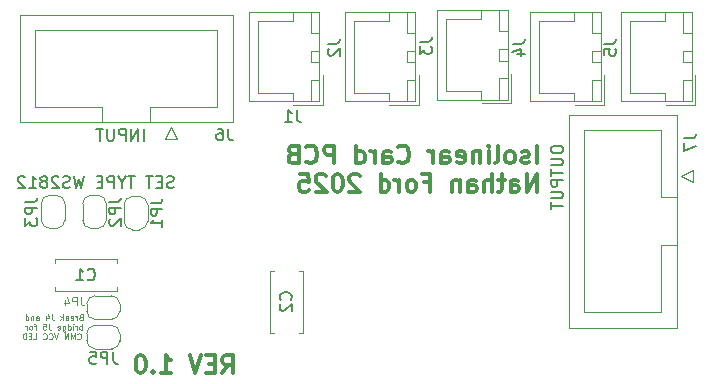
<source format=gbr>
%TF.GenerationSoftware,KiCad,Pcbnew,9.0.2*%
%TF.CreationDate,2025-06-11T23:47:40-06:00*%
%TF.ProjectId,Isolinear Board PCB,49736f6c-696e-4656-9172-20426f617264,rev?*%
%TF.SameCoordinates,Original*%
%TF.FileFunction,Legend,Bot*%
%TF.FilePolarity,Positive*%
%FSLAX46Y46*%
G04 Gerber Fmt 4.6, Leading zero omitted, Abs format (unit mm)*
G04 Created by KiCad (PCBNEW 9.0.2) date 2025-06-11 23:47:40*
%MOMM*%
%LPD*%
G01*
G04 APERTURE LIST*
%ADD10C,0.125000*%
%ADD11C,0.150000*%
%ADD12C,0.300000*%
%ADD13C,0.120000*%
G04 APERTURE END LIST*
D10*
X118840474Y-142810460D02*
X118769046Y-142834270D01*
X118769046Y-142834270D02*
X118745236Y-142858079D01*
X118745236Y-142858079D02*
X118721427Y-142905698D01*
X118721427Y-142905698D02*
X118721427Y-142977127D01*
X118721427Y-142977127D02*
X118745236Y-143024746D01*
X118745236Y-143024746D02*
X118769046Y-143048556D01*
X118769046Y-143048556D02*
X118816665Y-143072365D01*
X118816665Y-143072365D02*
X119007141Y-143072365D01*
X119007141Y-143072365D02*
X119007141Y-142572365D01*
X119007141Y-142572365D02*
X118840474Y-142572365D01*
X118840474Y-142572365D02*
X118792855Y-142596175D01*
X118792855Y-142596175D02*
X118769046Y-142619984D01*
X118769046Y-142619984D02*
X118745236Y-142667603D01*
X118745236Y-142667603D02*
X118745236Y-142715222D01*
X118745236Y-142715222D02*
X118769046Y-142762841D01*
X118769046Y-142762841D02*
X118792855Y-142786651D01*
X118792855Y-142786651D02*
X118840474Y-142810460D01*
X118840474Y-142810460D02*
X119007141Y-142810460D01*
X118507141Y-143072365D02*
X118507141Y-142739032D01*
X118507141Y-142834270D02*
X118483331Y-142786651D01*
X118483331Y-142786651D02*
X118459522Y-142762841D01*
X118459522Y-142762841D02*
X118411903Y-142739032D01*
X118411903Y-142739032D02*
X118364284Y-142739032D01*
X118007141Y-143048556D02*
X118054760Y-143072365D01*
X118054760Y-143072365D02*
X118149998Y-143072365D01*
X118149998Y-143072365D02*
X118197617Y-143048556D01*
X118197617Y-143048556D02*
X118221426Y-143000936D01*
X118221426Y-143000936D02*
X118221426Y-142810460D01*
X118221426Y-142810460D02*
X118197617Y-142762841D01*
X118197617Y-142762841D02*
X118149998Y-142739032D01*
X118149998Y-142739032D02*
X118054760Y-142739032D01*
X118054760Y-142739032D02*
X118007141Y-142762841D01*
X118007141Y-142762841D02*
X117983331Y-142810460D01*
X117983331Y-142810460D02*
X117983331Y-142858079D01*
X117983331Y-142858079D02*
X118221426Y-142905698D01*
X117554760Y-143072365D02*
X117554760Y-142810460D01*
X117554760Y-142810460D02*
X117578570Y-142762841D01*
X117578570Y-142762841D02*
X117626189Y-142739032D01*
X117626189Y-142739032D02*
X117721427Y-142739032D01*
X117721427Y-142739032D02*
X117769046Y-142762841D01*
X117554760Y-143048556D02*
X117602379Y-143072365D01*
X117602379Y-143072365D02*
X117721427Y-143072365D01*
X117721427Y-143072365D02*
X117769046Y-143048556D01*
X117769046Y-143048556D02*
X117792855Y-143000936D01*
X117792855Y-143000936D02*
X117792855Y-142953317D01*
X117792855Y-142953317D02*
X117769046Y-142905698D01*
X117769046Y-142905698D02*
X117721427Y-142881889D01*
X117721427Y-142881889D02*
X117602379Y-142881889D01*
X117602379Y-142881889D02*
X117554760Y-142858079D01*
X117316665Y-143072365D02*
X117316665Y-142572365D01*
X117269046Y-142881889D02*
X117126189Y-143072365D01*
X117126189Y-142739032D02*
X117316665Y-142929508D01*
X116388094Y-142572365D02*
X116388094Y-142929508D01*
X116388094Y-142929508D02*
X116411903Y-143000936D01*
X116411903Y-143000936D02*
X116459522Y-143048556D01*
X116459522Y-143048556D02*
X116530951Y-143072365D01*
X116530951Y-143072365D02*
X116578570Y-143072365D01*
X115935713Y-142739032D02*
X115935713Y-143072365D01*
X116054761Y-142548556D02*
X116173808Y-142905698D01*
X116173808Y-142905698D02*
X115864285Y-142905698D01*
X115078571Y-143072365D02*
X115078571Y-142810460D01*
X115078571Y-142810460D02*
X115102381Y-142762841D01*
X115102381Y-142762841D02*
X115150000Y-142739032D01*
X115150000Y-142739032D02*
X115245238Y-142739032D01*
X115245238Y-142739032D02*
X115292857Y-142762841D01*
X115078571Y-143048556D02*
X115126190Y-143072365D01*
X115126190Y-143072365D02*
X115245238Y-143072365D01*
X115245238Y-143072365D02*
X115292857Y-143048556D01*
X115292857Y-143048556D02*
X115316666Y-143000936D01*
X115316666Y-143000936D02*
X115316666Y-142953317D01*
X115316666Y-142953317D02*
X115292857Y-142905698D01*
X115292857Y-142905698D02*
X115245238Y-142881889D01*
X115245238Y-142881889D02*
X115126190Y-142881889D01*
X115126190Y-142881889D02*
X115078571Y-142858079D01*
X114840476Y-142739032D02*
X114840476Y-143072365D01*
X114840476Y-142786651D02*
X114816666Y-142762841D01*
X114816666Y-142762841D02*
X114769047Y-142739032D01*
X114769047Y-142739032D02*
X114697619Y-142739032D01*
X114697619Y-142739032D02*
X114650000Y-142762841D01*
X114650000Y-142762841D02*
X114626190Y-142810460D01*
X114626190Y-142810460D02*
X114626190Y-143072365D01*
X114173809Y-143072365D02*
X114173809Y-142572365D01*
X114173809Y-143048556D02*
X114221428Y-143072365D01*
X114221428Y-143072365D02*
X114316666Y-143072365D01*
X114316666Y-143072365D02*
X114364285Y-143048556D01*
X114364285Y-143048556D02*
X114388095Y-143024746D01*
X114388095Y-143024746D02*
X114411904Y-142977127D01*
X114411904Y-142977127D02*
X114411904Y-142834270D01*
X114411904Y-142834270D02*
X114388095Y-142786651D01*
X114388095Y-142786651D02*
X114364285Y-142762841D01*
X114364285Y-142762841D02*
X114316666Y-142739032D01*
X114316666Y-142739032D02*
X114221428Y-142739032D01*
X114221428Y-142739032D02*
X114173809Y-142762841D01*
X118971427Y-143877337D02*
X118971427Y-143377337D01*
X118971427Y-143567813D02*
X118923808Y-143544004D01*
X118923808Y-143544004D02*
X118828570Y-143544004D01*
X118828570Y-143544004D02*
X118780951Y-143567813D01*
X118780951Y-143567813D02*
X118757141Y-143591623D01*
X118757141Y-143591623D02*
X118733332Y-143639242D01*
X118733332Y-143639242D02*
X118733332Y-143782099D01*
X118733332Y-143782099D02*
X118757141Y-143829718D01*
X118757141Y-143829718D02*
X118780951Y-143853528D01*
X118780951Y-143853528D02*
X118828570Y-143877337D01*
X118828570Y-143877337D02*
X118923808Y-143877337D01*
X118923808Y-143877337D02*
X118971427Y-143853528D01*
X118519046Y-143877337D02*
X118519046Y-143544004D01*
X118519046Y-143639242D02*
X118495236Y-143591623D01*
X118495236Y-143591623D02*
X118471427Y-143567813D01*
X118471427Y-143567813D02*
X118423808Y-143544004D01*
X118423808Y-143544004D02*
X118376189Y-143544004D01*
X118209522Y-143877337D02*
X118209522Y-143544004D01*
X118209522Y-143377337D02*
X118233331Y-143401147D01*
X118233331Y-143401147D02*
X118209522Y-143424956D01*
X118209522Y-143424956D02*
X118185712Y-143401147D01*
X118185712Y-143401147D02*
X118209522Y-143377337D01*
X118209522Y-143377337D02*
X118209522Y-143424956D01*
X117757141Y-143877337D02*
X117757141Y-143377337D01*
X117757141Y-143853528D02*
X117804760Y-143877337D01*
X117804760Y-143877337D02*
X117899998Y-143877337D01*
X117899998Y-143877337D02*
X117947617Y-143853528D01*
X117947617Y-143853528D02*
X117971427Y-143829718D01*
X117971427Y-143829718D02*
X117995236Y-143782099D01*
X117995236Y-143782099D02*
X117995236Y-143639242D01*
X117995236Y-143639242D02*
X117971427Y-143591623D01*
X117971427Y-143591623D02*
X117947617Y-143567813D01*
X117947617Y-143567813D02*
X117899998Y-143544004D01*
X117899998Y-143544004D02*
X117804760Y-143544004D01*
X117804760Y-143544004D02*
X117757141Y-143567813D01*
X117304760Y-143544004D02*
X117304760Y-143948766D01*
X117304760Y-143948766D02*
X117328570Y-143996385D01*
X117328570Y-143996385D02*
X117352379Y-144020194D01*
X117352379Y-144020194D02*
X117399998Y-144044004D01*
X117399998Y-144044004D02*
X117471427Y-144044004D01*
X117471427Y-144044004D02*
X117519046Y-144020194D01*
X117304760Y-143853528D02*
X117352379Y-143877337D01*
X117352379Y-143877337D02*
X117447617Y-143877337D01*
X117447617Y-143877337D02*
X117495236Y-143853528D01*
X117495236Y-143853528D02*
X117519046Y-143829718D01*
X117519046Y-143829718D02*
X117542855Y-143782099D01*
X117542855Y-143782099D02*
X117542855Y-143639242D01*
X117542855Y-143639242D02*
X117519046Y-143591623D01*
X117519046Y-143591623D02*
X117495236Y-143567813D01*
X117495236Y-143567813D02*
X117447617Y-143544004D01*
X117447617Y-143544004D02*
X117352379Y-143544004D01*
X117352379Y-143544004D02*
X117304760Y-143567813D01*
X116876189Y-143853528D02*
X116923808Y-143877337D01*
X116923808Y-143877337D02*
X117019046Y-143877337D01*
X117019046Y-143877337D02*
X117066665Y-143853528D01*
X117066665Y-143853528D02*
X117090474Y-143805908D01*
X117090474Y-143805908D02*
X117090474Y-143615432D01*
X117090474Y-143615432D02*
X117066665Y-143567813D01*
X117066665Y-143567813D02*
X117019046Y-143544004D01*
X117019046Y-143544004D02*
X116923808Y-143544004D01*
X116923808Y-143544004D02*
X116876189Y-143567813D01*
X116876189Y-143567813D02*
X116852379Y-143615432D01*
X116852379Y-143615432D02*
X116852379Y-143663051D01*
X116852379Y-143663051D02*
X117090474Y-143710670D01*
X116114285Y-143377337D02*
X116114285Y-143734480D01*
X116114285Y-143734480D02*
X116138094Y-143805908D01*
X116138094Y-143805908D02*
X116185713Y-143853528D01*
X116185713Y-143853528D02*
X116257142Y-143877337D01*
X116257142Y-143877337D02*
X116304761Y-143877337D01*
X115638095Y-143377337D02*
X115876190Y-143377337D01*
X115876190Y-143377337D02*
X115899999Y-143615432D01*
X115899999Y-143615432D02*
X115876190Y-143591623D01*
X115876190Y-143591623D02*
X115828571Y-143567813D01*
X115828571Y-143567813D02*
X115709523Y-143567813D01*
X115709523Y-143567813D02*
X115661904Y-143591623D01*
X115661904Y-143591623D02*
X115638095Y-143615432D01*
X115638095Y-143615432D02*
X115614285Y-143663051D01*
X115614285Y-143663051D02*
X115614285Y-143782099D01*
X115614285Y-143782099D02*
X115638095Y-143829718D01*
X115638095Y-143829718D02*
X115661904Y-143853528D01*
X115661904Y-143853528D02*
X115709523Y-143877337D01*
X115709523Y-143877337D02*
X115828571Y-143877337D01*
X115828571Y-143877337D02*
X115876190Y-143853528D01*
X115876190Y-143853528D02*
X115899999Y-143829718D01*
X115090476Y-143544004D02*
X114900000Y-143544004D01*
X115019048Y-143877337D02*
X115019048Y-143448766D01*
X115019048Y-143448766D02*
X114995238Y-143401147D01*
X114995238Y-143401147D02*
X114947619Y-143377337D01*
X114947619Y-143377337D02*
X114900000Y-143377337D01*
X114661905Y-143877337D02*
X114709524Y-143853528D01*
X114709524Y-143853528D02*
X114733334Y-143829718D01*
X114733334Y-143829718D02*
X114757143Y-143782099D01*
X114757143Y-143782099D02*
X114757143Y-143639242D01*
X114757143Y-143639242D02*
X114733334Y-143591623D01*
X114733334Y-143591623D02*
X114709524Y-143567813D01*
X114709524Y-143567813D02*
X114661905Y-143544004D01*
X114661905Y-143544004D02*
X114590477Y-143544004D01*
X114590477Y-143544004D02*
X114542858Y-143567813D01*
X114542858Y-143567813D02*
X114519048Y-143591623D01*
X114519048Y-143591623D02*
X114495239Y-143639242D01*
X114495239Y-143639242D02*
X114495239Y-143782099D01*
X114495239Y-143782099D02*
X114519048Y-143829718D01*
X114519048Y-143829718D02*
X114542858Y-143853528D01*
X114542858Y-143853528D02*
X114590477Y-143877337D01*
X114590477Y-143877337D02*
X114661905Y-143877337D01*
X114280953Y-143877337D02*
X114280953Y-143544004D01*
X114280953Y-143639242D02*
X114257143Y-143591623D01*
X114257143Y-143591623D02*
X114233334Y-143567813D01*
X114233334Y-143567813D02*
X114185715Y-143544004D01*
X114185715Y-143544004D02*
X114138096Y-143544004D01*
X118566666Y-144634690D02*
X118590475Y-144658500D01*
X118590475Y-144658500D02*
X118661904Y-144682309D01*
X118661904Y-144682309D02*
X118709523Y-144682309D01*
X118709523Y-144682309D02*
X118780951Y-144658500D01*
X118780951Y-144658500D02*
X118828570Y-144610880D01*
X118828570Y-144610880D02*
X118852380Y-144563261D01*
X118852380Y-144563261D02*
X118876189Y-144468023D01*
X118876189Y-144468023D02*
X118876189Y-144396595D01*
X118876189Y-144396595D02*
X118852380Y-144301357D01*
X118852380Y-144301357D02*
X118828570Y-144253738D01*
X118828570Y-144253738D02*
X118780951Y-144206119D01*
X118780951Y-144206119D02*
X118709523Y-144182309D01*
X118709523Y-144182309D02*
X118661904Y-144182309D01*
X118661904Y-144182309D02*
X118590475Y-144206119D01*
X118590475Y-144206119D02*
X118566666Y-144229928D01*
X118352380Y-144682309D02*
X118352380Y-144182309D01*
X118352380Y-144182309D02*
X118185713Y-144539452D01*
X118185713Y-144539452D02*
X118019047Y-144182309D01*
X118019047Y-144182309D02*
X118019047Y-144682309D01*
X117780951Y-144682309D02*
X117780951Y-144182309D01*
X117780951Y-144182309D02*
X117495237Y-144682309D01*
X117495237Y-144682309D02*
X117495237Y-144182309D01*
X116947617Y-144182309D02*
X116780951Y-144682309D01*
X116780951Y-144682309D02*
X116614284Y-144182309D01*
X116161904Y-144634690D02*
X116185713Y-144658500D01*
X116185713Y-144658500D02*
X116257142Y-144682309D01*
X116257142Y-144682309D02*
X116304761Y-144682309D01*
X116304761Y-144682309D02*
X116376189Y-144658500D01*
X116376189Y-144658500D02*
X116423808Y-144610880D01*
X116423808Y-144610880D02*
X116447618Y-144563261D01*
X116447618Y-144563261D02*
X116471427Y-144468023D01*
X116471427Y-144468023D02*
X116471427Y-144396595D01*
X116471427Y-144396595D02*
X116447618Y-144301357D01*
X116447618Y-144301357D02*
X116423808Y-144253738D01*
X116423808Y-144253738D02*
X116376189Y-144206119D01*
X116376189Y-144206119D02*
X116304761Y-144182309D01*
X116304761Y-144182309D02*
X116257142Y-144182309D01*
X116257142Y-144182309D02*
X116185713Y-144206119D01*
X116185713Y-144206119D02*
X116161904Y-144229928D01*
X115661904Y-144634690D02*
X115685713Y-144658500D01*
X115685713Y-144658500D02*
X115757142Y-144682309D01*
X115757142Y-144682309D02*
X115804761Y-144682309D01*
X115804761Y-144682309D02*
X115876189Y-144658500D01*
X115876189Y-144658500D02*
X115923808Y-144610880D01*
X115923808Y-144610880D02*
X115947618Y-144563261D01*
X115947618Y-144563261D02*
X115971427Y-144468023D01*
X115971427Y-144468023D02*
X115971427Y-144396595D01*
X115971427Y-144396595D02*
X115947618Y-144301357D01*
X115947618Y-144301357D02*
X115923808Y-144253738D01*
X115923808Y-144253738D02*
X115876189Y-144206119D01*
X115876189Y-144206119D02*
X115804761Y-144182309D01*
X115804761Y-144182309D02*
X115757142Y-144182309D01*
X115757142Y-144182309D02*
X115685713Y-144206119D01*
X115685713Y-144206119D02*
X115661904Y-144229928D01*
X114828571Y-144682309D02*
X115066666Y-144682309D01*
X115066666Y-144682309D02*
X115066666Y-144182309D01*
X114661904Y-144420404D02*
X114495237Y-144420404D01*
X114423809Y-144682309D02*
X114661904Y-144682309D01*
X114661904Y-144682309D02*
X114661904Y-144182309D01*
X114661904Y-144182309D02*
X114423809Y-144182309D01*
X114209523Y-144682309D02*
X114209523Y-144182309D01*
X114209523Y-144182309D02*
X114090475Y-144182309D01*
X114090475Y-144182309D02*
X114019047Y-144206119D01*
X114019047Y-144206119D02*
X113971428Y-144253738D01*
X113971428Y-144253738D02*
X113947618Y-144301357D01*
X113947618Y-144301357D02*
X113923809Y-144396595D01*
X113923809Y-144396595D02*
X113923809Y-144468023D01*
X113923809Y-144468023D02*
X113947618Y-144563261D01*
X113947618Y-144563261D02*
X113971428Y-144610880D01*
X113971428Y-144610880D02*
X114019047Y-144658500D01*
X114019047Y-144658500D02*
X114090475Y-144682309D01*
X114090475Y-144682309D02*
X114209523Y-144682309D01*
D11*
X124163220Y-127869819D02*
X124163220Y-126869819D01*
X123687030Y-127869819D02*
X123687030Y-126869819D01*
X123687030Y-126869819D02*
X123115602Y-127869819D01*
X123115602Y-127869819D02*
X123115602Y-126869819D01*
X122639411Y-127869819D02*
X122639411Y-126869819D01*
X122639411Y-126869819D02*
X122258459Y-126869819D01*
X122258459Y-126869819D02*
X122163221Y-126917438D01*
X122163221Y-126917438D02*
X122115602Y-126965057D01*
X122115602Y-126965057D02*
X122067983Y-127060295D01*
X122067983Y-127060295D02*
X122067983Y-127203152D01*
X122067983Y-127203152D02*
X122115602Y-127298390D01*
X122115602Y-127298390D02*
X122163221Y-127346009D01*
X122163221Y-127346009D02*
X122258459Y-127393628D01*
X122258459Y-127393628D02*
X122639411Y-127393628D01*
X121639411Y-126869819D02*
X121639411Y-127679342D01*
X121639411Y-127679342D02*
X121591792Y-127774580D01*
X121591792Y-127774580D02*
X121544173Y-127822200D01*
X121544173Y-127822200D02*
X121448935Y-127869819D01*
X121448935Y-127869819D02*
X121258459Y-127869819D01*
X121258459Y-127869819D02*
X121163221Y-127822200D01*
X121163221Y-127822200D02*
X121115602Y-127774580D01*
X121115602Y-127774580D02*
X121067983Y-127679342D01*
X121067983Y-127679342D02*
X121067983Y-126869819D01*
X120734649Y-126869819D02*
X120163221Y-126869819D01*
X120448935Y-127869819D02*
X120448935Y-126869819D01*
X126710839Y-131822200D02*
X126567982Y-131869819D01*
X126567982Y-131869819D02*
X126329887Y-131869819D01*
X126329887Y-131869819D02*
X126234649Y-131822200D01*
X126234649Y-131822200D02*
X126187030Y-131774580D01*
X126187030Y-131774580D02*
X126139411Y-131679342D01*
X126139411Y-131679342D02*
X126139411Y-131584104D01*
X126139411Y-131584104D02*
X126187030Y-131488866D01*
X126187030Y-131488866D02*
X126234649Y-131441247D01*
X126234649Y-131441247D02*
X126329887Y-131393628D01*
X126329887Y-131393628D02*
X126520363Y-131346009D01*
X126520363Y-131346009D02*
X126615601Y-131298390D01*
X126615601Y-131298390D02*
X126663220Y-131250771D01*
X126663220Y-131250771D02*
X126710839Y-131155533D01*
X126710839Y-131155533D02*
X126710839Y-131060295D01*
X126710839Y-131060295D02*
X126663220Y-130965057D01*
X126663220Y-130965057D02*
X126615601Y-130917438D01*
X126615601Y-130917438D02*
X126520363Y-130869819D01*
X126520363Y-130869819D02*
X126282268Y-130869819D01*
X126282268Y-130869819D02*
X126139411Y-130917438D01*
X125710839Y-131346009D02*
X125377506Y-131346009D01*
X125234649Y-131869819D02*
X125710839Y-131869819D01*
X125710839Y-131869819D02*
X125710839Y-130869819D01*
X125710839Y-130869819D02*
X125234649Y-130869819D01*
X124948934Y-130869819D02*
X124377506Y-130869819D01*
X124663220Y-131869819D02*
X124663220Y-130869819D01*
X123425124Y-130869819D02*
X122853696Y-130869819D01*
X123139410Y-131869819D02*
X123139410Y-130869819D01*
X122329886Y-131393628D02*
X122329886Y-131869819D01*
X122663219Y-130869819D02*
X122329886Y-131393628D01*
X122329886Y-131393628D02*
X121996553Y-130869819D01*
X121663219Y-131869819D02*
X121663219Y-130869819D01*
X121663219Y-130869819D02*
X121282267Y-130869819D01*
X121282267Y-130869819D02*
X121187029Y-130917438D01*
X121187029Y-130917438D02*
X121139410Y-130965057D01*
X121139410Y-130965057D02*
X121091791Y-131060295D01*
X121091791Y-131060295D02*
X121091791Y-131203152D01*
X121091791Y-131203152D02*
X121139410Y-131298390D01*
X121139410Y-131298390D02*
X121187029Y-131346009D01*
X121187029Y-131346009D02*
X121282267Y-131393628D01*
X121282267Y-131393628D02*
X121663219Y-131393628D01*
X120663219Y-131346009D02*
X120329886Y-131346009D01*
X120187029Y-131869819D02*
X120663219Y-131869819D01*
X120663219Y-131869819D02*
X120663219Y-130869819D01*
X120663219Y-130869819D02*
X120187029Y-130869819D01*
X119091790Y-130869819D02*
X118853695Y-131869819D01*
X118853695Y-131869819D02*
X118663219Y-131155533D01*
X118663219Y-131155533D02*
X118472743Y-131869819D01*
X118472743Y-131869819D02*
X118234648Y-130869819D01*
X117901314Y-131822200D02*
X117758457Y-131869819D01*
X117758457Y-131869819D02*
X117520362Y-131869819D01*
X117520362Y-131869819D02*
X117425124Y-131822200D01*
X117425124Y-131822200D02*
X117377505Y-131774580D01*
X117377505Y-131774580D02*
X117329886Y-131679342D01*
X117329886Y-131679342D02*
X117329886Y-131584104D01*
X117329886Y-131584104D02*
X117377505Y-131488866D01*
X117377505Y-131488866D02*
X117425124Y-131441247D01*
X117425124Y-131441247D02*
X117520362Y-131393628D01*
X117520362Y-131393628D02*
X117710838Y-131346009D01*
X117710838Y-131346009D02*
X117806076Y-131298390D01*
X117806076Y-131298390D02*
X117853695Y-131250771D01*
X117853695Y-131250771D02*
X117901314Y-131155533D01*
X117901314Y-131155533D02*
X117901314Y-131060295D01*
X117901314Y-131060295D02*
X117853695Y-130965057D01*
X117853695Y-130965057D02*
X117806076Y-130917438D01*
X117806076Y-130917438D02*
X117710838Y-130869819D01*
X117710838Y-130869819D02*
X117472743Y-130869819D01*
X117472743Y-130869819D02*
X117329886Y-130917438D01*
X116948933Y-130965057D02*
X116901314Y-130917438D01*
X116901314Y-130917438D02*
X116806076Y-130869819D01*
X116806076Y-130869819D02*
X116567981Y-130869819D01*
X116567981Y-130869819D02*
X116472743Y-130917438D01*
X116472743Y-130917438D02*
X116425124Y-130965057D01*
X116425124Y-130965057D02*
X116377505Y-131060295D01*
X116377505Y-131060295D02*
X116377505Y-131155533D01*
X116377505Y-131155533D02*
X116425124Y-131298390D01*
X116425124Y-131298390D02*
X116996552Y-131869819D01*
X116996552Y-131869819D02*
X116377505Y-131869819D01*
X115806076Y-131298390D02*
X115901314Y-131250771D01*
X115901314Y-131250771D02*
X115948933Y-131203152D01*
X115948933Y-131203152D02*
X115996552Y-131107914D01*
X115996552Y-131107914D02*
X115996552Y-131060295D01*
X115996552Y-131060295D02*
X115948933Y-130965057D01*
X115948933Y-130965057D02*
X115901314Y-130917438D01*
X115901314Y-130917438D02*
X115806076Y-130869819D01*
X115806076Y-130869819D02*
X115615600Y-130869819D01*
X115615600Y-130869819D02*
X115520362Y-130917438D01*
X115520362Y-130917438D02*
X115472743Y-130965057D01*
X115472743Y-130965057D02*
X115425124Y-131060295D01*
X115425124Y-131060295D02*
X115425124Y-131107914D01*
X115425124Y-131107914D02*
X115472743Y-131203152D01*
X115472743Y-131203152D02*
X115520362Y-131250771D01*
X115520362Y-131250771D02*
X115615600Y-131298390D01*
X115615600Y-131298390D02*
X115806076Y-131298390D01*
X115806076Y-131298390D02*
X115901314Y-131346009D01*
X115901314Y-131346009D02*
X115948933Y-131393628D01*
X115948933Y-131393628D02*
X115996552Y-131488866D01*
X115996552Y-131488866D02*
X115996552Y-131679342D01*
X115996552Y-131679342D02*
X115948933Y-131774580D01*
X115948933Y-131774580D02*
X115901314Y-131822200D01*
X115901314Y-131822200D02*
X115806076Y-131869819D01*
X115806076Y-131869819D02*
X115615600Y-131869819D01*
X115615600Y-131869819D02*
X115520362Y-131822200D01*
X115520362Y-131822200D02*
X115472743Y-131774580D01*
X115472743Y-131774580D02*
X115425124Y-131679342D01*
X115425124Y-131679342D02*
X115425124Y-131488866D01*
X115425124Y-131488866D02*
X115472743Y-131393628D01*
X115472743Y-131393628D02*
X115520362Y-131346009D01*
X115520362Y-131346009D02*
X115615600Y-131298390D01*
X114472743Y-131869819D02*
X115044171Y-131869819D01*
X114758457Y-131869819D02*
X114758457Y-130869819D01*
X114758457Y-130869819D02*
X114853695Y-131012676D01*
X114853695Y-131012676D02*
X114948933Y-131107914D01*
X114948933Y-131107914D02*
X115044171Y-131155533D01*
X114091790Y-130965057D02*
X114044171Y-130917438D01*
X114044171Y-130917438D02*
X113948933Y-130869819D01*
X113948933Y-130869819D02*
X113710838Y-130869819D01*
X113710838Y-130869819D02*
X113615600Y-130917438D01*
X113615600Y-130917438D02*
X113567981Y-130965057D01*
X113567981Y-130965057D02*
X113520362Y-131060295D01*
X113520362Y-131060295D02*
X113520362Y-131155533D01*
X113520362Y-131155533D02*
X113567981Y-131298390D01*
X113567981Y-131298390D02*
X114139409Y-131869819D01*
X114139409Y-131869819D02*
X113520362Y-131869819D01*
D12*
X130838346Y-147550828D02*
X131338346Y-146836542D01*
X131695489Y-147550828D02*
X131695489Y-146050828D01*
X131695489Y-146050828D02*
X131124060Y-146050828D01*
X131124060Y-146050828D02*
X130981203Y-146122257D01*
X130981203Y-146122257D02*
X130909774Y-146193685D01*
X130909774Y-146193685D02*
X130838346Y-146336542D01*
X130838346Y-146336542D02*
X130838346Y-146550828D01*
X130838346Y-146550828D02*
X130909774Y-146693685D01*
X130909774Y-146693685D02*
X130981203Y-146765114D01*
X130981203Y-146765114D02*
X131124060Y-146836542D01*
X131124060Y-146836542D02*
X131695489Y-146836542D01*
X130195489Y-146765114D02*
X129695489Y-146765114D01*
X129481203Y-147550828D02*
X130195489Y-147550828D01*
X130195489Y-147550828D02*
X130195489Y-146050828D01*
X130195489Y-146050828D02*
X129481203Y-146050828D01*
X129052631Y-146050828D02*
X128552631Y-147550828D01*
X128552631Y-147550828D02*
X128052631Y-146050828D01*
X125624060Y-147550828D02*
X126481203Y-147550828D01*
X126052632Y-147550828D02*
X126052632Y-146050828D01*
X126052632Y-146050828D02*
X126195489Y-146265114D01*
X126195489Y-146265114D02*
X126338346Y-146407971D01*
X126338346Y-146407971D02*
X126481203Y-146479400D01*
X124981204Y-147407971D02*
X124909775Y-147479400D01*
X124909775Y-147479400D02*
X124981204Y-147550828D01*
X124981204Y-147550828D02*
X125052632Y-147479400D01*
X125052632Y-147479400D02*
X124981204Y-147407971D01*
X124981204Y-147407971D02*
X124981204Y-147550828D01*
X123981203Y-146050828D02*
X123838346Y-146050828D01*
X123838346Y-146050828D02*
X123695489Y-146122257D01*
X123695489Y-146122257D02*
X123624061Y-146193685D01*
X123624061Y-146193685D02*
X123552632Y-146336542D01*
X123552632Y-146336542D02*
X123481203Y-146622257D01*
X123481203Y-146622257D02*
X123481203Y-146979400D01*
X123481203Y-146979400D02*
X123552632Y-147265114D01*
X123552632Y-147265114D02*
X123624061Y-147407971D01*
X123624061Y-147407971D02*
X123695489Y-147479400D01*
X123695489Y-147479400D02*
X123838346Y-147550828D01*
X123838346Y-147550828D02*
X123981203Y-147550828D01*
X123981203Y-147550828D02*
X124124061Y-147479400D01*
X124124061Y-147479400D02*
X124195489Y-147407971D01*
X124195489Y-147407971D02*
X124266918Y-147265114D01*
X124266918Y-147265114D02*
X124338346Y-146979400D01*
X124338346Y-146979400D02*
X124338346Y-146622257D01*
X124338346Y-146622257D02*
X124266918Y-146336542D01*
X124266918Y-146336542D02*
X124195489Y-146193685D01*
X124195489Y-146193685D02*
X124124061Y-146122257D01*
X124124061Y-146122257D02*
X123981203Y-146050828D01*
X157445489Y-129785912D02*
X157445489Y-128285912D01*
X156802631Y-129714484D02*
X156659774Y-129785912D01*
X156659774Y-129785912D02*
X156374060Y-129785912D01*
X156374060Y-129785912D02*
X156231203Y-129714484D01*
X156231203Y-129714484D02*
X156159774Y-129571626D01*
X156159774Y-129571626D02*
X156159774Y-129500198D01*
X156159774Y-129500198D02*
X156231203Y-129357341D01*
X156231203Y-129357341D02*
X156374060Y-129285912D01*
X156374060Y-129285912D02*
X156588346Y-129285912D01*
X156588346Y-129285912D02*
X156731203Y-129214484D01*
X156731203Y-129214484D02*
X156802631Y-129071626D01*
X156802631Y-129071626D02*
X156802631Y-129000198D01*
X156802631Y-129000198D02*
X156731203Y-128857341D01*
X156731203Y-128857341D02*
X156588346Y-128785912D01*
X156588346Y-128785912D02*
X156374060Y-128785912D01*
X156374060Y-128785912D02*
X156231203Y-128857341D01*
X155302631Y-129785912D02*
X155445488Y-129714484D01*
X155445488Y-129714484D02*
X155516917Y-129643055D01*
X155516917Y-129643055D02*
X155588345Y-129500198D01*
X155588345Y-129500198D02*
X155588345Y-129071626D01*
X155588345Y-129071626D02*
X155516917Y-128928769D01*
X155516917Y-128928769D02*
X155445488Y-128857341D01*
X155445488Y-128857341D02*
X155302631Y-128785912D01*
X155302631Y-128785912D02*
X155088345Y-128785912D01*
X155088345Y-128785912D02*
X154945488Y-128857341D01*
X154945488Y-128857341D02*
X154874060Y-128928769D01*
X154874060Y-128928769D02*
X154802631Y-129071626D01*
X154802631Y-129071626D02*
X154802631Y-129500198D01*
X154802631Y-129500198D02*
X154874060Y-129643055D01*
X154874060Y-129643055D02*
X154945488Y-129714484D01*
X154945488Y-129714484D02*
X155088345Y-129785912D01*
X155088345Y-129785912D02*
X155302631Y-129785912D01*
X153945488Y-129785912D02*
X154088345Y-129714484D01*
X154088345Y-129714484D02*
X154159774Y-129571626D01*
X154159774Y-129571626D02*
X154159774Y-128285912D01*
X153374060Y-129785912D02*
X153374060Y-128785912D01*
X153374060Y-128285912D02*
X153445488Y-128357341D01*
X153445488Y-128357341D02*
X153374060Y-128428769D01*
X153374060Y-128428769D02*
X153302631Y-128357341D01*
X153302631Y-128357341D02*
X153374060Y-128285912D01*
X153374060Y-128285912D02*
X153374060Y-128428769D01*
X152659774Y-128785912D02*
X152659774Y-129785912D01*
X152659774Y-128928769D02*
X152588345Y-128857341D01*
X152588345Y-128857341D02*
X152445488Y-128785912D01*
X152445488Y-128785912D02*
X152231202Y-128785912D01*
X152231202Y-128785912D02*
X152088345Y-128857341D01*
X152088345Y-128857341D02*
X152016917Y-129000198D01*
X152016917Y-129000198D02*
X152016917Y-129785912D01*
X150731202Y-129714484D02*
X150874059Y-129785912D01*
X150874059Y-129785912D02*
X151159774Y-129785912D01*
X151159774Y-129785912D02*
X151302631Y-129714484D01*
X151302631Y-129714484D02*
X151374059Y-129571626D01*
X151374059Y-129571626D02*
X151374059Y-129000198D01*
X151374059Y-129000198D02*
X151302631Y-128857341D01*
X151302631Y-128857341D02*
X151159774Y-128785912D01*
X151159774Y-128785912D02*
X150874059Y-128785912D01*
X150874059Y-128785912D02*
X150731202Y-128857341D01*
X150731202Y-128857341D02*
X150659774Y-129000198D01*
X150659774Y-129000198D02*
X150659774Y-129143055D01*
X150659774Y-129143055D02*
X151374059Y-129285912D01*
X149374060Y-129785912D02*
X149374060Y-129000198D01*
X149374060Y-129000198D02*
X149445488Y-128857341D01*
X149445488Y-128857341D02*
X149588345Y-128785912D01*
X149588345Y-128785912D02*
X149874060Y-128785912D01*
X149874060Y-128785912D02*
X150016917Y-128857341D01*
X149374060Y-129714484D02*
X149516917Y-129785912D01*
X149516917Y-129785912D02*
X149874060Y-129785912D01*
X149874060Y-129785912D02*
X150016917Y-129714484D01*
X150016917Y-129714484D02*
X150088345Y-129571626D01*
X150088345Y-129571626D02*
X150088345Y-129428769D01*
X150088345Y-129428769D02*
X150016917Y-129285912D01*
X150016917Y-129285912D02*
X149874060Y-129214484D01*
X149874060Y-129214484D02*
X149516917Y-129214484D01*
X149516917Y-129214484D02*
X149374060Y-129143055D01*
X148659774Y-129785912D02*
X148659774Y-128785912D01*
X148659774Y-129071626D02*
X148588345Y-128928769D01*
X148588345Y-128928769D02*
X148516917Y-128857341D01*
X148516917Y-128857341D02*
X148374059Y-128785912D01*
X148374059Y-128785912D02*
X148231202Y-128785912D01*
X145731203Y-129643055D02*
X145802631Y-129714484D01*
X145802631Y-129714484D02*
X146016917Y-129785912D01*
X146016917Y-129785912D02*
X146159774Y-129785912D01*
X146159774Y-129785912D02*
X146374060Y-129714484D01*
X146374060Y-129714484D02*
X146516917Y-129571626D01*
X146516917Y-129571626D02*
X146588346Y-129428769D01*
X146588346Y-129428769D02*
X146659774Y-129143055D01*
X146659774Y-129143055D02*
X146659774Y-128928769D01*
X146659774Y-128928769D02*
X146588346Y-128643055D01*
X146588346Y-128643055D02*
X146516917Y-128500198D01*
X146516917Y-128500198D02*
X146374060Y-128357341D01*
X146374060Y-128357341D02*
X146159774Y-128285912D01*
X146159774Y-128285912D02*
X146016917Y-128285912D01*
X146016917Y-128285912D02*
X145802631Y-128357341D01*
X145802631Y-128357341D02*
X145731203Y-128428769D01*
X144445489Y-129785912D02*
X144445489Y-129000198D01*
X144445489Y-129000198D02*
X144516917Y-128857341D01*
X144516917Y-128857341D02*
X144659774Y-128785912D01*
X144659774Y-128785912D02*
X144945489Y-128785912D01*
X144945489Y-128785912D02*
X145088346Y-128857341D01*
X144445489Y-129714484D02*
X144588346Y-129785912D01*
X144588346Y-129785912D02*
X144945489Y-129785912D01*
X144945489Y-129785912D02*
X145088346Y-129714484D01*
X145088346Y-129714484D02*
X145159774Y-129571626D01*
X145159774Y-129571626D02*
X145159774Y-129428769D01*
X145159774Y-129428769D02*
X145088346Y-129285912D01*
X145088346Y-129285912D02*
X144945489Y-129214484D01*
X144945489Y-129214484D02*
X144588346Y-129214484D01*
X144588346Y-129214484D02*
X144445489Y-129143055D01*
X143731203Y-129785912D02*
X143731203Y-128785912D01*
X143731203Y-129071626D02*
X143659774Y-128928769D01*
X143659774Y-128928769D02*
X143588346Y-128857341D01*
X143588346Y-128857341D02*
X143445488Y-128785912D01*
X143445488Y-128785912D02*
X143302631Y-128785912D01*
X142159775Y-129785912D02*
X142159775Y-128285912D01*
X142159775Y-129714484D02*
X142302632Y-129785912D01*
X142302632Y-129785912D02*
X142588346Y-129785912D01*
X142588346Y-129785912D02*
X142731203Y-129714484D01*
X142731203Y-129714484D02*
X142802632Y-129643055D01*
X142802632Y-129643055D02*
X142874060Y-129500198D01*
X142874060Y-129500198D02*
X142874060Y-129071626D01*
X142874060Y-129071626D02*
X142802632Y-128928769D01*
X142802632Y-128928769D02*
X142731203Y-128857341D01*
X142731203Y-128857341D02*
X142588346Y-128785912D01*
X142588346Y-128785912D02*
X142302632Y-128785912D01*
X142302632Y-128785912D02*
X142159775Y-128857341D01*
X140302632Y-129785912D02*
X140302632Y-128285912D01*
X140302632Y-128285912D02*
X139731203Y-128285912D01*
X139731203Y-128285912D02*
X139588346Y-128357341D01*
X139588346Y-128357341D02*
X139516917Y-128428769D01*
X139516917Y-128428769D02*
X139445489Y-128571626D01*
X139445489Y-128571626D02*
X139445489Y-128785912D01*
X139445489Y-128785912D02*
X139516917Y-128928769D01*
X139516917Y-128928769D02*
X139588346Y-129000198D01*
X139588346Y-129000198D02*
X139731203Y-129071626D01*
X139731203Y-129071626D02*
X140302632Y-129071626D01*
X137945489Y-129643055D02*
X138016917Y-129714484D01*
X138016917Y-129714484D02*
X138231203Y-129785912D01*
X138231203Y-129785912D02*
X138374060Y-129785912D01*
X138374060Y-129785912D02*
X138588346Y-129714484D01*
X138588346Y-129714484D02*
X138731203Y-129571626D01*
X138731203Y-129571626D02*
X138802632Y-129428769D01*
X138802632Y-129428769D02*
X138874060Y-129143055D01*
X138874060Y-129143055D02*
X138874060Y-128928769D01*
X138874060Y-128928769D02*
X138802632Y-128643055D01*
X138802632Y-128643055D02*
X138731203Y-128500198D01*
X138731203Y-128500198D02*
X138588346Y-128357341D01*
X138588346Y-128357341D02*
X138374060Y-128285912D01*
X138374060Y-128285912D02*
X138231203Y-128285912D01*
X138231203Y-128285912D02*
X138016917Y-128357341D01*
X138016917Y-128357341D02*
X137945489Y-128428769D01*
X136802632Y-129000198D02*
X136588346Y-129071626D01*
X136588346Y-129071626D02*
X136516917Y-129143055D01*
X136516917Y-129143055D02*
X136445489Y-129285912D01*
X136445489Y-129285912D02*
X136445489Y-129500198D01*
X136445489Y-129500198D02*
X136516917Y-129643055D01*
X136516917Y-129643055D02*
X136588346Y-129714484D01*
X136588346Y-129714484D02*
X136731203Y-129785912D01*
X136731203Y-129785912D02*
X137302632Y-129785912D01*
X137302632Y-129785912D02*
X137302632Y-128285912D01*
X137302632Y-128285912D02*
X136802632Y-128285912D01*
X136802632Y-128285912D02*
X136659775Y-128357341D01*
X136659775Y-128357341D02*
X136588346Y-128428769D01*
X136588346Y-128428769D02*
X136516917Y-128571626D01*
X136516917Y-128571626D02*
X136516917Y-128714484D01*
X136516917Y-128714484D02*
X136588346Y-128857341D01*
X136588346Y-128857341D02*
X136659775Y-128928769D01*
X136659775Y-128928769D02*
X136802632Y-129000198D01*
X136802632Y-129000198D02*
X137302632Y-129000198D01*
X157445489Y-132200828D02*
X157445489Y-130700828D01*
X157445489Y-130700828D02*
X156588346Y-132200828D01*
X156588346Y-132200828D02*
X156588346Y-130700828D01*
X155231203Y-132200828D02*
X155231203Y-131415114D01*
X155231203Y-131415114D02*
X155302631Y-131272257D01*
X155302631Y-131272257D02*
X155445488Y-131200828D01*
X155445488Y-131200828D02*
X155731203Y-131200828D01*
X155731203Y-131200828D02*
X155874060Y-131272257D01*
X155231203Y-132129400D02*
X155374060Y-132200828D01*
X155374060Y-132200828D02*
X155731203Y-132200828D01*
X155731203Y-132200828D02*
X155874060Y-132129400D01*
X155874060Y-132129400D02*
X155945488Y-131986542D01*
X155945488Y-131986542D02*
X155945488Y-131843685D01*
X155945488Y-131843685D02*
X155874060Y-131700828D01*
X155874060Y-131700828D02*
X155731203Y-131629400D01*
X155731203Y-131629400D02*
X155374060Y-131629400D01*
X155374060Y-131629400D02*
X155231203Y-131557971D01*
X154731202Y-131200828D02*
X154159774Y-131200828D01*
X154516917Y-130700828D02*
X154516917Y-131986542D01*
X154516917Y-131986542D02*
X154445488Y-132129400D01*
X154445488Y-132129400D02*
X154302631Y-132200828D01*
X154302631Y-132200828D02*
X154159774Y-132200828D01*
X153659774Y-132200828D02*
X153659774Y-130700828D01*
X153016917Y-132200828D02*
X153016917Y-131415114D01*
X153016917Y-131415114D02*
X153088345Y-131272257D01*
X153088345Y-131272257D02*
X153231202Y-131200828D01*
X153231202Y-131200828D02*
X153445488Y-131200828D01*
X153445488Y-131200828D02*
X153588345Y-131272257D01*
X153588345Y-131272257D02*
X153659774Y-131343685D01*
X151659774Y-132200828D02*
X151659774Y-131415114D01*
X151659774Y-131415114D02*
X151731202Y-131272257D01*
X151731202Y-131272257D02*
X151874059Y-131200828D01*
X151874059Y-131200828D02*
X152159774Y-131200828D01*
X152159774Y-131200828D02*
X152302631Y-131272257D01*
X151659774Y-132129400D02*
X151802631Y-132200828D01*
X151802631Y-132200828D02*
X152159774Y-132200828D01*
X152159774Y-132200828D02*
X152302631Y-132129400D01*
X152302631Y-132129400D02*
X152374059Y-131986542D01*
X152374059Y-131986542D02*
X152374059Y-131843685D01*
X152374059Y-131843685D02*
X152302631Y-131700828D01*
X152302631Y-131700828D02*
X152159774Y-131629400D01*
X152159774Y-131629400D02*
X151802631Y-131629400D01*
X151802631Y-131629400D02*
X151659774Y-131557971D01*
X150945488Y-131200828D02*
X150945488Y-132200828D01*
X150945488Y-131343685D02*
X150874059Y-131272257D01*
X150874059Y-131272257D02*
X150731202Y-131200828D01*
X150731202Y-131200828D02*
X150516916Y-131200828D01*
X150516916Y-131200828D02*
X150374059Y-131272257D01*
X150374059Y-131272257D02*
X150302631Y-131415114D01*
X150302631Y-131415114D02*
X150302631Y-132200828D01*
X147945488Y-131415114D02*
X148445488Y-131415114D01*
X148445488Y-132200828D02*
X148445488Y-130700828D01*
X148445488Y-130700828D02*
X147731202Y-130700828D01*
X146945488Y-132200828D02*
X147088345Y-132129400D01*
X147088345Y-132129400D02*
X147159774Y-132057971D01*
X147159774Y-132057971D02*
X147231202Y-131915114D01*
X147231202Y-131915114D02*
X147231202Y-131486542D01*
X147231202Y-131486542D02*
X147159774Y-131343685D01*
X147159774Y-131343685D02*
X147088345Y-131272257D01*
X147088345Y-131272257D02*
X146945488Y-131200828D01*
X146945488Y-131200828D02*
X146731202Y-131200828D01*
X146731202Y-131200828D02*
X146588345Y-131272257D01*
X146588345Y-131272257D02*
X146516917Y-131343685D01*
X146516917Y-131343685D02*
X146445488Y-131486542D01*
X146445488Y-131486542D02*
X146445488Y-131915114D01*
X146445488Y-131915114D02*
X146516917Y-132057971D01*
X146516917Y-132057971D02*
X146588345Y-132129400D01*
X146588345Y-132129400D02*
X146731202Y-132200828D01*
X146731202Y-132200828D02*
X146945488Y-132200828D01*
X145802631Y-132200828D02*
X145802631Y-131200828D01*
X145802631Y-131486542D02*
X145731202Y-131343685D01*
X145731202Y-131343685D02*
X145659774Y-131272257D01*
X145659774Y-131272257D02*
X145516916Y-131200828D01*
X145516916Y-131200828D02*
X145374059Y-131200828D01*
X144231203Y-132200828D02*
X144231203Y-130700828D01*
X144231203Y-132129400D02*
X144374060Y-132200828D01*
X144374060Y-132200828D02*
X144659774Y-132200828D01*
X144659774Y-132200828D02*
X144802631Y-132129400D01*
X144802631Y-132129400D02*
X144874060Y-132057971D01*
X144874060Y-132057971D02*
X144945488Y-131915114D01*
X144945488Y-131915114D02*
X144945488Y-131486542D01*
X144945488Y-131486542D02*
X144874060Y-131343685D01*
X144874060Y-131343685D02*
X144802631Y-131272257D01*
X144802631Y-131272257D02*
X144659774Y-131200828D01*
X144659774Y-131200828D02*
X144374060Y-131200828D01*
X144374060Y-131200828D02*
X144231203Y-131272257D01*
X142445488Y-130843685D02*
X142374060Y-130772257D01*
X142374060Y-130772257D02*
X142231203Y-130700828D01*
X142231203Y-130700828D02*
X141874060Y-130700828D01*
X141874060Y-130700828D02*
X141731203Y-130772257D01*
X141731203Y-130772257D02*
X141659774Y-130843685D01*
X141659774Y-130843685D02*
X141588345Y-130986542D01*
X141588345Y-130986542D02*
X141588345Y-131129400D01*
X141588345Y-131129400D02*
X141659774Y-131343685D01*
X141659774Y-131343685D02*
X142516917Y-132200828D01*
X142516917Y-132200828D02*
X141588345Y-132200828D01*
X140659774Y-130700828D02*
X140516917Y-130700828D01*
X140516917Y-130700828D02*
X140374060Y-130772257D01*
X140374060Y-130772257D02*
X140302632Y-130843685D01*
X140302632Y-130843685D02*
X140231203Y-130986542D01*
X140231203Y-130986542D02*
X140159774Y-131272257D01*
X140159774Y-131272257D02*
X140159774Y-131629400D01*
X140159774Y-131629400D02*
X140231203Y-131915114D01*
X140231203Y-131915114D02*
X140302632Y-132057971D01*
X140302632Y-132057971D02*
X140374060Y-132129400D01*
X140374060Y-132129400D02*
X140516917Y-132200828D01*
X140516917Y-132200828D02*
X140659774Y-132200828D01*
X140659774Y-132200828D02*
X140802632Y-132129400D01*
X140802632Y-132129400D02*
X140874060Y-132057971D01*
X140874060Y-132057971D02*
X140945489Y-131915114D01*
X140945489Y-131915114D02*
X141016917Y-131629400D01*
X141016917Y-131629400D02*
X141016917Y-131272257D01*
X141016917Y-131272257D02*
X140945489Y-130986542D01*
X140945489Y-130986542D02*
X140874060Y-130843685D01*
X140874060Y-130843685D02*
X140802632Y-130772257D01*
X140802632Y-130772257D02*
X140659774Y-130700828D01*
X139588346Y-130843685D02*
X139516918Y-130772257D01*
X139516918Y-130772257D02*
X139374061Y-130700828D01*
X139374061Y-130700828D02*
X139016918Y-130700828D01*
X139016918Y-130700828D02*
X138874061Y-130772257D01*
X138874061Y-130772257D02*
X138802632Y-130843685D01*
X138802632Y-130843685D02*
X138731203Y-130986542D01*
X138731203Y-130986542D02*
X138731203Y-131129400D01*
X138731203Y-131129400D02*
X138802632Y-131343685D01*
X138802632Y-131343685D02*
X139659775Y-132200828D01*
X139659775Y-132200828D02*
X138731203Y-132200828D01*
X137374061Y-130700828D02*
X138088347Y-130700828D01*
X138088347Y-130700828D02*
X138159775Y-131415114D01*
X138159775Y-131415114D02*
X138088347Y-131343685D01*
X138088347Y-131343685D02*
X137945490Y-131272257D01*
X137945490Y-131272257D02*
X137588347Y-131272257D01*
X137588347Y-131272257D02*
X137445490Y-131343685D01*
X137445490Y-131343685D02*
X137374061Y-131415114D01*
X137374061Y-131415114D02*
X137302632Y-131557971D01*
X137302632Y-131557971D02*
X137302632Y-131915114D01*
X137302632Y-131915114D02*
X137374061Y-132057971D01*
X137374061Y-132057971D02*
X137445490Y-132129400D01*
X137445490Y-132129400D02*
X137588347Y-132200828D01*
X137588347Y-132200828D02*
X137945490Y-132200828D01*
X137945490Y-132200828D02*
X138088347Y-132129400D01*
X138088347Y-132129400D02*
X138159775Y-132057971D01*
D11*
X158669819Y-128527255D02*
X158669819Y-128717731D01*
X158669819Y-128717731D02*
X158717438Y-128812969D01*
X158717438Y-128812969D02*
X158812676Y-128908207D01*
X158812676Y-128908207D02*
X159003152Y-128955826D01*
X159003152Y-128955826D02*
X159336485Y-128955826D01*
X159336485Y-128955826D02*
X159526961Y-128908207D01*
X159526961Y-128908207D02*
X159622200Y-128812969D01*
X159622200Y-128812969D02*
X159669819Y-128717731D01*
X159669819Y-128717731D02*
X159669819Y-128527255D01*
X159669819Y-128527255D02*
X159622200Y-128432017D01*
X159622200Y-128432017D02*
X159526961Y-128336779D01*
X159526961Y-128336779D02*
X159336485Y-128289160D01*
X159336485Y-128289160D02*
X159003152Y-128289160D01*
X159003152Y-128289160D02*
X158812676Y-128336779D01*
X158812676Y-128336779D02*
X158717438Y-128432017D01*
X158717438Y-128432017D02*
X158669819Y-128527255D01*
X158669819Y-129384398D02*
X159479342Y-129384398D01*
X159479342Y-129384398D02*
X159574580Y-129432017D01*
X159574580Y-129432017D02*
X159622200Y-129479636D01*
X159622200Y-129479636D02*
X159669819Y-129574874D01*
X159669819Y-129574874D02*
X159669819Y-129765350D01*
X159669819Y-129765350D02*
X159622200Y-129860588D01*
X159622200Y-129860588D02*
X159574580Y-129908207D01*
X159574580Y-129908207D02*
X159479342Y-129955826D01*
X159479342Y-129955826D02*
X158669819Y-129955826D01*
X158669819Y-130289160D02*
X158669819Y-130860588D01*
X159669819Y-130574874D02*
X158669819Y-130574874D01*
X159669819Y-131193922D02*
X158669819Y-131193922D01*
X158669819Y-131193922D02*
X158669819Y-131574874D01*
X158669819Y-131574874D02*
X158717438Y-131670112D01*
X158717438Y-131670112D02*
X158765057Y-131717731D01*
X158765057Y-131717731D02*
X158860295Y-131765350D01*
X158860295Y-131765350D02*
X159003152Y-131765350D01*
X159003152Y-131765350D02*
X159098390Y-131717731D01*
X159098390Y-131717731D02*
X159146009Y-131670112D01*
X159146009Y-131670112D02*
X159193628Y-131574874D01*
X159193628Y-131574874D02*
X159193628Y-131193922D01*
X158669819Y-132193922D02*
X159479342Y-132193922D01*
X159479342Y-132193922D02*
X159574580Y-132241541D01*
X159574580Y-132241541D02*
X159622200Y-132289160D01*
X159622200Y-132289160D02*
X159669819Y-132384398D01*
X159669819Y-132384398D02*
X159669819Y-132574874D01*
X159669819Y-132574874D02*
X159622200Y-132670112D01*
X159622200Y-132670112D02*
X159574580Y-132717731D01*
X159574580Y-132717731D02*
X159479342Y-132765350D01*
X159479342Y-132765350D02*
X158669819Y-132765350D01*
X158669819Y-133098684D02*
X158669819Y-133670112D01*
X159669819Y-133384398D02*
X158669819Y-133384398D01*
X169914819Y-127666666D02*
X170629104Y-127666666D01*
X170629104Y-127666666D02*
X170771961Y-127619047D01*
X170771961Y-127619047D02*
X170867200Y-127523809D01*
X170867200Y-127523809D02*
X170914819Y-127380952D01*
X170914819Y-127380952D02*
X170914819Y-127285714D01*
X169914819Y-128047619D02*
X169914819Y-128714285D01*
X169914819Y-128714285D02*
X170914819Y-128285714D01*
X163154819Y-119666666D02*
X163869104Y-119666666D01*
X163869104Y-119666666D02*
X164011961Y-119619047D01*
X164011961Y-119619047D02*
X164107200Y-119523809D01*
X164107200Y-119523809D02*
X164154819Y-119380952D01*
X164154819Y-119380952D02*
X164154819Y-119285714D01*
X163154819Y-120619047D02*
X163154819Y-120142857D01*
X163154819Y-120142857D02*
X163631009Y-120095238D01*
X163631009Y-120095238D02*
X163583390Y-120142857D01*
X163583390Y-120142857D02*
X163535771Y-120238095D01*
X163535771Y-120238095D02*
X163535771Y-120476190D01*
X163535771Y-120476190D02*
X163583390Y-120571428D01*
X163583390Y-120571428D02*
X163631009Y-120619047D01*
X163631009Y-120619047D02*
X163726247Y-120666666D01*
X163726247Y-120666666D02*
X163964342Y-120666666D01*
X163964342Y-120666666D02*
X164059580Y-120619047D01*
X164059580Y-120619047D02*
X164107200Y-120571428D01*
X164107200Y-120571428D02*
X164154819Y-120476190D01*
X164154819Y-120476190D02*
X164154819Y-120238095D01*
X164154819Y-120238095D02*
X164107200Y-120142857D01*
X164107200Y-120142857D02*
X164059580Y-120095238D01*
D13*
X118833333Y-141117593D02*
X118833333Y-141617593D01*
X118833333Y-141617593D02*
X118866666Y-141717593D01*
X118866666Y-141717593D02*
X118933333Y-141784260D01*
X118933333Y-141784260D02*
X119033333Y-141817593D01*
X119033333Y-141817593D02*
X119100000Y-141817593D01*
X118500000Y-141817593D02*
X118500000Y-141117593D01*
X118500000Y-141117593D02*
X118233333Y-141117593D01*
X118233333Y-141117593D02*
X118166667Y-141150926D01*
X118166667Y-141150926D02*
X118133333Y-141184260D01*
X118133333Y-141184260D02*
X118100000Y-141250926D01*
X118100000Y-141250926D02*
X118100000Y-141350926D01*
X118100000Y-141350926D02*
X118133333Y-141417593D01*
X118133333Y-141417593D02*
X118166667Y-141450926D01*
X118166667Y-141450926D02*
X118233333Y-141484260D01*
X118233333Y-141484260D02*
X118500000Y-141484260D01*
X117500000Y-141350926D02*
X117500000Y-141817593D01*
X117666667Y-141084260D02*
X117833333Y-141584260D01*
X117833333Y-141584260D02*
X117400000Y-141584260D01*
D11*
X119416666Y-139609580D02*
X119464285Y-139657200D01*
X119464285Y-139657200D02*
X119607142Y-139704819D01*
X119607142Y-139704819D02*
X119702380Y-139704819D01*
X119702380Y-139704819D02*
X119845237Y-139657200D01*
X119845237Y-139657200D02*
X119940475Y-139561961D01*
X119940475Y-139561961D02*
X119988094Y-139466723D01*
X119988094Y-139466723D02*
X120035713Y-139276247D01*
X120035713Y-139276247D02*
X120035713Y-139133390D01*
X120035713Y-139133390D02*
X119988094Y-138942914D01*
X119988094Y-138942914D02*
X119940475Y-138847676D01*
X119940475Y-138847676D02*
X119845237Y-138752438D01*
X119845237Y-138752438D02*
X119702380Y-138704819D01*
X119702380Y-138704819D02*
X119607142Y-138704819D01*
X119607142Y-138704819D02*
X119464285Y-138752438D01*
X119464285Y-138752438D02*
X119416666Y-138800057D01*
X118464285Y-139704819D02*
X119035713Y-139704819D01*
X118749999Y-139704819D02*
X118749999Y-138704819D01*
X118749999Y-138704819D02*
X118845237Y-138847676D01*
X118845237Y-138847676D02*
X118940475Y-138942914D01*
X118940475Y-138942914D02*
X119035713Y-138990533D01*
X136609580Y-141333333D02*
X136657200Y-141285714D01*
X136657200Y-141285714D02*
X136704819Y-141142857D01*
X136704819Y-141142857D02*
X136704819Y-141047619D01*
X136704819Y-141047619D02*
X136657200Y-140904762D01*
X136657200Y-140904762D02*
X136561961Y-140809524D01*
X136561961Y-140809524D02*
X136466723Y-140761905D01*
X136466723Y-140761905D02*
X136276247Y-140714286D01*
X136276247Y-140714286D02*
X136133390Y-140714286D01*
X136133390Y-140714286D02*
X135942914Y-140761905D01*
X135942914Y-140761905D02*
X135847676Y-140809524D01*
X135847676Y-140809524D02*
X135752438Y-140904762D01*
X135752438Y-140904762D02*
X135704819Y-141047619D01*
X135704819Y-141047619D02*
X135704819Y-141142857D01*
X135704819Y-141142857D02*
X135752438Y-141285714D01*
X135752438Y-141285714D02*
X135800057Y-141333333D01*
X135800057Y-141714286D02*
X135752438Y-141761905D01*
X135752438Y-141761905D02*
X135704819Y-141857143D01*
X135704819Y-141857143D02*
X135704819Y-142095238D01*
X135704819Y-142095238D02*
X135752438Y-142190476D01*
X135752438Y-142190476D02*
X135800057Y-142238095D01*
X135800057Y-142238095D02*
X135895295Y-142285714D01*
X135895295Y-142285714D02*
X135990533Y-142285714D01*
X135990533Y-142285714D02*
X136133390Y-142238095D01*
X136133390Y-142238095D02*
X136704819Y-141666667D01*
X136704819Y-141666667D02*
X136704819Y-142285714D01*
X114154819Y-133066666D02*
X114869104Y-133066666D01*
X114869104Y-133066666D02*
X115011961Y-133019047D01*
X115011961Y-133019047D02*
X115107200Y-132923809D01*
X115107200Y-132923809D02*
X115154819Y-132780952D01*
X115154819Y-132780952D02*
X115154819Y-132685714D01*
X115154819Y-133542857D02*
X114154819Y-133542857D01*
X114154819Y-133542857D02*
X114154819Y-133923809D01*
X114154819Y-133923809D02*
X114202438Y-134019047D01*
X114202438Y-134019047D02*
X114250057Y-134066666D01*
X114250057Y-134066666D02*
X114345295Y-134114285D01*
X114345295Y-134114285D02*
X114488152Y-134114285D01*
X114488152Y-134114285D02*
X114583390Y-134066666D01*
X114583390Y-134066666D02*
X114631009Y-134019047D01*
X114631009Y-134019047D02*
X114678628Y-133923809D01*
X114678628Y-133923809D02*
X114678628Y-133542857D01*
X114154819Y-134447619D02*
X114154819Y-135066666D01*
X114154819Y-135066666D02*
X114535771Y-134733333D01*
X114535771Y-134733333D02*
X114535771Y-134876190D01*
X114535771Y-134876190D02*
X114583390Y-134971428D01*
X114583390Y-134971428D02*
X114631009Y-135019047D01*
X114631009Y-135019047D02*
X114726247Y-135066666D01*
X114726247Y-135066666D02*
X114964342Y-135066666D01*
X114964342Y-135066666D02*
X115059580Y-135019047D01*
X115059580Y-135019047D02*
X115107200Y-134971428D01*
X115107200Y-134971428D02*
X115154819Y-134876190D01*
X115154819Y-134876190D02*
X115154819Y-134590476D01*
X115154819Y-134590476D02*
X115107200Y-134495238D01*
X115107200Y-134495238D02*
X115059580Y-134447619D01*
X121254819Y-133066666D02*
X121969104Y-133066666D01*
X121969104Y-133066666D02*
X122111961Y-133019047D01*
X122111961Y-133019047D02*
X122207200Y-132923809D01*
X122207200Y-132923809D02*
X122254819Y-132780952D01*
X122254819Y-132780952D02*
X122254819Y-132685714D01*
X122254819Y-133542857D02*
X121254819Y-133542857D01*
X121254819Y-133542857D02*
X121254819Y-133923809D01*
X121254819Y-133923809D02*
X121302438Y-134019047D01*
X121302438Y-134019047D02*
X121350057Y-134066666D01*
X121350057Y-134066666D02*
X121445295Y-134114285D01*
X121445295Y-134114285D02*
X121588152Y-134114285D01*
X121588152Y-134114285D02*
X121683390Y-134066666D01*
X121683390Y-134066666D02*
X121731009Y-134019047D01*
X121731009Y-134019047D02*
X121778628Y-133923809D01*
X121778628Y-133923809D02*
X121778628Y-133542857D01*
X121350057Y-134495238D02*
X121302438Y-134542857D01*
X121302438Y-134542857D02*
X121254819Y-134638095D01*
X121254819Y-134638095D02*
X121254819Y-134876190D01*
X121254819Y-134876190D02*
X121302438Y-134971428D01*
X121302438Y-134971428D02*
X121350057Y-135019047D01*
X121350057Y-135019047D02*
X121445295Y-135066666D01*
X121445295Y-135066666D02*
X121540533Y-135066666D01*
X121540533Y-135066666D02*
X121683390Y-135019047D01*
X121683390Y-135019047D02*
X122254819Y-134447619D01*
X122254819Y-134447619D02*
X122254819Y-135066666D01*
X137133333Y-125254819D02*
X137133333Y-125969104D01*
X137133333Y-125969104D02*
X137180952Y-126111961D01*
X137180952Y-126111961D02*
X137276190Y-126207200D01*
X137276190Y-126207200D02*
X137419047Y-126254819D01*
X137419047Y-126254819D02*
X137514285Y-126254819D01*
X136133333Y-126254819D02*
X136704761Y-126254819D01*
X136419047Y-126254819D02*
X136419047Y-125254819D01*
X136419047Y-125254819D02*
X136514285Y-125397676D01*
X136514285Y-125397676D02*
X136609523Y-125492914D01*
X136609523Y-125492914D02*
X136704761Y-125540533D01*
X131333333Y-126854819D02*
X131333333Y-127569104D01*
X131333333Y-127569104D02*
X131380952Y-127711961D01*
X131380952Y-127711961D02*
X131476190Y-127807200D01*
X131476190Y-127807200D02*
X131619047Y-127854819D01*
X131619047Y-127854819D02*
X131714285Y-127854819D01*
X130428571Y-126854819D02*
X130619047Y-126854819D01*
X130619047Y-126854819D02*
X130714285Y-126902438D01*
X130714285Y-126902438D02*
X130761904Y-126950057D01*
X130761904Y-126950057D02*
X130857142Y-127092914D01*
X130857142Y-127092914D02*
X130904761Y-127283390D01*
X130904761Y-127283390D02*
X130904761Y-127664342D01*
X130904761Y-127664342D02*
X130857142Y-127759580D01*
X130857142Y-127759580D02*
X130809523Y-127807200D01*
X130809523Y-127807200D02*
X130714285Y-127854819D01*
X130714285Y-127854819D02*
X130523809Y-127854819D01*
X130523809Y-127854819D02*
X130428571Y-127807200D01*
X130428571Y-127807200D02*
X130380952Y-127759580D01*
X130380952Y-127759580D02*
X130333333Y-127664342D01*
X130333333Y-127664342D02*
X130333333Y-127426247D01*
X130333333Y-127426247D02*
X130380952Y-127331009D01*
X130380952Y-127331009D02*
X130428571Y-127283390D01*
X130428571Y-127283390D02*
X130523809Y-127235771D01*
X130523809Y-127235771D02*
X130714285Y-127235771D01*
X130714285Y-127235771D02*
X130809523Y-127283390D01*
X130809523Y-127283390D02*
X130857142Y-127331009D01*
X130857142Y-127331009D02*
X130904761Y-127426247D01*
X139754819Y-119666666D02*
X140469104Y-119666666D01*
X140469104Y-119666666D02*
X140611961Y-119619047D01*
X140611961Y-119619047D02*
X140707200Y-119523809D01*
X140707200Y-119523809D02*
X140754819Y-119380952D01*
X140754819Y-119380952D02*
X140754819Y-119285714D01*
X139850057Y-120095238D02*
X139802438Y-120142857D01*
X139802438Y-120142857D02*
X139754819Y-120238095D01*
X139754819Y-120238095D02*
X139754819Y-120476190D01*
X139754819Y-120476190D02*
X139802438Y-120571428D01*
X139802438Y-120571428D02*
X139850057Y-120619047D01*
X139850057Y-120619047D02*
X139945295Y-120666666D01*
X139945295Y-120666666D02*
X140040533Y-120666666D01*
X140040533Y-120666666D02*
X140183390Y-120619047D01*
X140183390Y-120619047D02*
X140754819Y-120047619D01*
X140754819Y-120047619D02*
X140754819Y-120666666D01*
X121583333Y-145754819D02*
X121583333Y-146469104D01*
X121583333Y-146469104D02*
X121630952Y-146611961D01*
X121630952Y-146611961D02*
X121726190Y-146707200D01*
X121726190Y-146707200D02*
X121869047Y-146754819D01*
X121869047Y-146754819D02*
X121964285Y-146754819D01*
X121107142Y-146754819D02*
X121107142Y-145754819D01*
X121107142Y-145754819D02*
X120726190Y-145754819D01*
X120726190Y-145754819D02*
X120630952Y-145802438D01*
X120630952Y-145802438D02*
X120583333Y-145850057D01*
X120583333Y-145850057D02*
X120535714Y-145945295D01*
X120535714Y-145945295D02*
X120535714Y-146088152D01*
X120535714Y-146088152D02*
X120583333Y-146183390D01*
X120583333Y-146183390D02*
X120630952Y-146231009D01*
X120630952Y-146231009D02*
X120726190Y-146278628D01*
X120726190Y-146278628D02*
X121107142Y-146278628D01*
X119630952Y-145754819D02*
X120107142Y-145754819D01*
X120107142Y-145754819D02*
X120154761Y-146231009D01*
X120154761Y-146231009D02*
X120107142Y-146183390D01*
X120107142Y-146183390D02*
X120011904Y-146135771D01*
X120011904Y-146135771D02*
X119773809Y-146135771D01*
X119773809Y-146135771D02*
X119678571Y-146183390D01*
X119678571Y-146183390D02*
X119630952Y-146231009D01*
X119630952Y-146231009D02*
X119583333Y-146326247D01*
X119583333Y-146326247D02*
X119583333Y-146564342D01*
X119583333Y-146564342D02*
X119630952Y-146659580D01*
X119630952Y-146659580D02*
X119678571Y-146707200D01*
X119678571Y-146707200D02*
X119773809Y-146754819D01*
X119773809Y-146754819D02*
X120011904Y-146754819D01*
X120011904Y-146754819D02*
X120107142Y-146707200D01*
X120107142Y-146707200D02*
X120154761Y-146659580D01*
X155429819Y-119666666D02*
X156144104Y-119666666D01*
X156144104Y-119666666D02*
X156286961Y-119619047D01*
X156286961Y-119619047D02*
X156382200Y-119523809D01*
X156382200Y-119523809D02*
X156429819Y-119380952D01*
X156429819Y-119380952D02*
X156429819Y-119285714D01*
X155763152Y-120571428D02*
X156429819Y-120571428D01*
X155382200Y-120333333D02*
X156096485Y-120095238D01*
X156096485Y-120095238D02*
X156096485Y-120714285D01*
X124754819Y-133166666D02*
X125469104Y-133166666D01*
X125469104Y-133166666D02*
X125611961Y-133119047D01*
X125611961Y-133119047D02*
X125707200Y-133023809D01*
X125707200Y-133023809D02*
X125754819Y-132880952D01*
X125754819Y-132880952D02*
X125754819Y-132785714D01*
X125754819Y-133642857D02*
X124754819Y-133642857D01*
X124754819Y-133642857D02*
X124754819Y-134023809D01*
X124754819Y-134023809D02*
X124802438Y-134119047D01*
X124802438Y-134119047D02*
X124850057Y-134166666D01*
X124850057Y-134166666D02*
X124945295Y-134214285D01*
X124945295Y-134214285D02*
X125088152Y-134214285D01*
X125088152Y-134214285D02*
X125183390Y-134166666D01*
X125183390Y-134166666D02*
X125231009Y-134119047D01*
X125231009Y-134119047D02*
X125278628Y-134023809D01*
X125278628Y-134023809D02*
X125278628Y-133642857D01*
X125754819Y-135166666D02*
X125754819Y-134595238D01*
X125754819Y-134880952D02*
X124754819Y-134880952D01*
X124754819Y-134880952D02*
X124897676Y-134785714D01*
X124897676Y-134785714D02*
X124992914Y-134690476D01*
X124992914Y-134690476D02*
X125040533Y-134595238D01*
X147554819Y-119516666D02*
X148269104Y-119516666D01*
X148269104Y-119516666D02*
X148411961Y-119469047D01*
X148411961Y-119469047D02*
X148507200Y-119373809D01*
X148507200Y-119373809D02*
X148554819Y-119230952D01*
X148554819Y-119230952D02*
X148554819Y-119135714D01*
X147554819Y-119897619D02*
X147554819Y-120516666D01*
X147554819Y-120516666D02*
X147935771Y-120183333D01*
X147935771Y-120183333D02*
X147935771Y-120326190D01*
X147935771Y-120326190D02*
X147983390Y-120421428D01*
X147983390Y-120421428D02*
X148031009Y-120469047D01*
X148031009Y-120469047D02*
X148126247Y-120516666D01*
X148126247Y-120516666D02*
X148364342Y-120516666D01*
X148364342Y-120516666D02*
X148459580Y-120469047D01*
X148459580Y-120469047D02*
X148507200Y-120421428D01*
X148507200Y-120421428D02*
X148554819Y-120326190D01*
X148554819Y-120326190D02*
X148554819Y-120040476D01*
X148554819Y-120040476D02*
X148507200Y-119945238D01*
X148507200Y-119945238D02*
X148459580Y-119897619D01*
D13*
%TO.C,J7*%
X160170000Y-125670000D02*
X169290000Y-125670000D01*
X160170000Y-143710000D02*
X160170000Y-125670000D01*
X161480000Y-126970000D02*
X167980000Y-126970000D01*
X161480000Y-142410000D02*
X161480000Y-126970000D01*
X167980000Y-126970000D02*
X167980000Y-132640000D01*
X167980000Y-132640000D02*
X169290000Y-132640000D01*
X167980000Y-136740000D02*
X167980000Y-136740000D01*
X167980000Y-136740000D02*
X167980000Y-142410000D01*
X167980000Y-142410000D02*
X161480000Y-142410000D01*
X169290000Y-125670000D02*
X169290000Y-143710000D01*
X169290000Y-136740000D02*
X167980000Y-136740000D01*
X169290000Y-143710000D02*
X160170000Y-143710000D01*
X169680000Y-130880000D02*
X170680000Y-131380000D01*
X170680000Y-130380000D02*
X169680000Y-130880000D01*
X170680000Y-131380000D02*
X170680000Y-130380000D01*
%TO.C,J5*%
X164625000Y-116950000D02*
X164625000Y-124550000D01*
X164625000Y-124550000D02*
X170575000Y-124550000D01*
X165375000Y-117700000D02*
X168325000Y-117700000D01*
X165375000Y-120750000D02*
X165375000Y-117700000D01*
X165375000Y-120750000D02*
X165375000Y-123800000D01*
X165375000Y-123800000D02*
X168325000Y-123800000D01*
X168325000Y-117700000D02*
X168325000Y-116950000D01*
X168325000Y-123800000D02*
X168325000Y-124550000D01*
X168375000Y-124850000D02*
X170875000Y-124850000D01*
X169825000Y-116950000D02*
X169825000Y-118750000D01*
X169825000Y-118750000D02*
X170575000Y-118750000D01*
X169825000Y-120250000D02*
X169825000Y-121250000D01*
X169825000Y-121250000D02*
X170575000Y-121250000D01*
X169825000Y-122750000D02*
X169825000Y-124550000D01*
X169825000Y-124550000D02*
X170575000Y-124550000D01*
X170575000Y-116950000D02*
X164625000Y-116950000D01*
X170575000Y-116950000D02*
X169825000Y-116950000D01*
X170575000Y-118750000D02*
X170575000Y-116950000D01*
X170575000Y-120250000D02*
X169825000Y-120250000D01*
X170575000Y-121250000D02*
X170575000Y-120250000D01*
X170575000Y-122750000D02*
X169825000Y-122750000D01*
X170575000Y-124550000D02*
X170575000Y-116950000D01*
X170575000Y-124550000D02*
X170575000Y-122750000D01*
X170875000Y-124850000D02*
X170875000Y-122350000D01*
%TO.C,JP4*%
X119350000Y-141700000D02*
X119350000Y-142300000D01*
X120050000Y-143000000D02*
X121450000Y-143000000D01*
X121450000Y-141000000D02*
X120050000Y-141000000D01*
X122150000Y-142300000D02*
X122150000Y-141700000D01*
X119350000Y-141700000D02*
G75*
G02*
X120050000Y-141000000I700000J0D01*
G01*
X120050000Y-143000000D02*
G75*
G02*
X119350000Y-142300000I0J700000D01*
G01*
X121450000Y-141000000D02*
G75*
G02*
X122150000Y-141700000I1J-699999D01*
G01*
X122150000Y-142300000D02*
G75*
G02*
X121450000Y-143000000I-699999J-1D01*
G01*
%TO.C,C1*%
X116630000Y-137880000D02*
X116630000Y-138217000D01*
X116630000Y-140283000D02*
X116630000Y-140620000D01*
X121870000Y-137880000D02*
X116630000Y-137880000D01*
X121870000Y-137880000D02*
X121870000Y-138217000D01*
X121870000Y-140283000D02*
X121870000Y-140620000D01*
X121870000Y-140620000D02*
X116630000Y-140620000D01*
%TO.C,C2*%
X134880000Y-138880000D02*
X134880000Y-144120000D01*
X134880000Y-138880000D02*
X135217000Y-138880000D01*
X134880000Y-144120000D02*
X135217000Y-144120000D01*
X137283000Y-138880000D02*
X137620000Y-138880000D01*
X137283000Y-144120000D02*
X137620000Y-144120000D01*
X137620000Y-138880000D02*
X137620000Y-144120000D01*
%TO.C,JP3*%
X115500000Y-133200000D02*
X115500000Y-134600000D01*
X116200000Y-135300000D02*
X116800000Y-135300000D01*
X116800000Y-132500000D02*
X116200000Y-132500000D01*
X117500000Y-134600000D02*
X117500000Y-133200000D01*
X115500000Y-133200000D02*
G75*
G02*
X116200000Y-132500000I699999J1D01*
G01*
X116200000Y-135300000D02*
G75*
G02*
X115500000Y-134600000I0J700000D01*
G01*
X116800000Y-132500000D02*
G75*
G02*
X117500000Y-133200000I1J-699999D01*
G01*
X117500000Y-134600000D02*
G75*
G02*
X116800000Y-135300000I-700000J0D01*
G01*
%TO.C,JP2*%
X119000000Y-133200000D02*
X119000000Y-134600000D01*
X119700000Y-135300000D02*
X120300000Y-135300000D01*
X120300000Y-132500000D02*
X119700000Y-132500000D01*
X121000000Y-134600000D02*
X121000000Y-133200000D01*
X119000000Y-133200000D02*
G75*
G02*
X119700000Y-132500000I700000J0D01*
G01*
X119700000Y-135300000D02*
G75*
G02*
X119000000Y-134600000I-1J699999D01*
G01*
X120300000Y-132500000D02*
G75*
G02*
X121000000Y-133200000I0J-700000D01*
G01*
X121000000Y-134600000D02*
G75*
G02*
X120300000Y-135300000I-699999J-1D01*
G01*
%TO.C,J1*%
X133100000Y-116950000D02*
X133100000Y-124550000D01*
X133100000Y-124550000D02*
X139050000Y-124550000D01*
X133850000Y-117700000D02*
X136800000Y-117700000D01*
X133850000Y-120750000D02*
X133850000Y-117700000D01*
X133850000Y-120750000D02*
X133850000Y-123800000D01*
X133850000Y-123800000D02*
X136800000Y-123800000D01*
X136800000Y-117700000D02*
X136800000Y-116950000D01*
X136800000Y-123800000D02*
X136800000Y-124550000D01*
X136850000Y-124850000D02*
X139350000Y-124850000D01*
X138300000Y-116950000D02*
X138300000Y-118750000D01*
X138300000Y-118750000D02*
X139050000Y-118750000D01*
X138300000Y-120250000D02*
X138300000Y-121250000D01*
X138300000Y-121250000D02*
X139050000Y-121250000D01*
X138300000Y-122750000D02*
X138300000Y-124550000D01*
X138300000Y-124550000D02*
X139050000Y-124550000D01*
X139050000Y-116950000D02*
X133100000Y-116950000D01*
X139050000Y-116950000D02*
X138300000Y-116950000D01*
X139050000Y-118750000D02*
X139050000Y-116950000D01*
X139050000Y-120250000D02*
X138300000Y-120250000D01*
X139050000Y-121250000D02*
X139050000Y-120250000D01*
X139050000Y-122750000D02*
X138300000Y-122750000D01*
X139050000Y-124550000D02*
X139050000Y-116950000D01*
X139050000Y-124550000D02*
X139050000Y-122750000D01*
X139350000Y-124850000D02*
X139350000Y-122350000D01*
%TO.C,J6*%
X113670000Y-117210000D02*
X131710000Y-117210000D01*
X113670000Y-126330000D02*
X113670000Y-117210000D01*
X114970000Y-118520000D02*
X130410000Y-118520000D01*
X114970000Y-125020000D02*
X114970000Y-118520000D01*
X120640000Y-125020000D02*
X114970000Y-125020000D01*
X120640000Y-125020000D02*
X120640000Y-125020000D01*
X120640000Y-126330000D02*
X120640000Y-125020000D01*
X124740000Y-125020000D02*
X124740000Y-126330000D01*
X126000000Y-127720000D02*
X127000000Y-127720000D01*
X126500000Y-126720000D02*
X126000000Y-127720000D01*
X127000000Y-127720000D02*
X126500000Y-126720000D01*
X130410000Y-118520000D02*
X130410000Y-125020000D01*
X130410000Y-125020000D02*
X124740000Y-125020000D01*
X131710000Y-117210000D02*
X131710000Y-126330000D01*
X131710000Y-126330000D02*
X113670000Y-126330000D01*
%TO.C,J2*%
X141225000Y-116950000D02*
X141225000Y-124550000D01*
X141225000Y-124550000D02*
X147175000Y-124550000D01*
X141975000Y-117700000D02*
X144925000Y-117700000D01*
X141975000Y-120750000D02*
X141975000Y-117700000D01*
X141975000Y-120750000D02*
X141975000Y-123800000D01*
X141975000Y-123800000D02*
X144925000Y-123800000D01*
X144925000Y-117700000D02*
X144925000Y-116950000D01*
X144925000Y-123800000D02*
X144925000Y-124550000D01*
X144975000Y-124850000D02*
X147475000Y-124850000D01*
X146425000Y-116950000D02*
X146425000Y-118750000D01*
X146425000Y-118750000D02*
X147175000Y-118750000D01*
X146425000Y-120250000D02*
X146425000Y-121250000D01*
X146425000Y-121250000D02*
X147175000Y-121250000D01*
X146425000Y-122750000D02*
X146425000Y-124550000D01*
X146425000Y-124550000D02*
X147175000Y-124550000D01*
X147175000Y-116950000D02*
X141225000Y-116950000D01*
X147175000Y-116950000D02*
X146425000Y-116950000D01*
X147175000Y-118750000D02*
X147175000Y-116950000D01*
X147175000Y-120250000D02*
X146425000Y-120250000D01*
X147175000Y-121250000D02*
X147175000Y-120250000D01*
X147175000Y-122750000D02*
X146425000Y-122750000D01*
X147175000Y-124550000D02*
X147175000Y-116950000D01*
X147175000Y-124550000D02*
X147175000Y-122750000D01*
X147475000Y-124850000D02*
X147475000Y-122350000D01*
%TO.C,JP5*%
X119350000Y-144200000D02*
X119350000Y-144800000D01*
X120050000Y-145500000D02*
X121450000Y-145500000D01*
X121450000Y-143500000D02*
X120050000Y-143500000D01*
X122150000Y-144800000D02*
X122150000Y-144200000D01*
X119350000Y-144200000D02*
G75*
G02*
X120050000Y-143500000I699999J1D01*
G01*
X120050000Y-145500000D02*
G75*
G02*
X119350000Y-144800000I-1J699999D01*
G01*
X121450000Y-143500000D02*
G75*
G02*
X122150000Y-144200000I0J-700000D01*
G01*
X122150000Y-144800000D02*
G75*
G02*
X121450000Y-145500000I-700000J0D01*
G01*
%TO.C,J4*%
X156900000Y-116950000D02*
X156900000Y-124550000D01*
X156900000Y-124550000D02*
X162850000Y-124550000D01*
X157650000Y-117700000D02*
X160600000Y-117700000D01*
X157650000Y-120750000D02*
X157650000Y-117700000D01*
X157650000Y-120750000D02*
X157650000Y-123800000D01*
X157650000Y-123800000D02*
X160600000Y-123800000D01*
X160600000Y-117700000D02*
X160600000Y-116950000D01*
X160600000Y-123800000D02*
X160600000Y-124550000D01*
X160650000Y-124850000D02*
X163150000Y-124850000D01*
X162100000Y-116950000D02*
X162100000Y-118750000D01*
X162100000Y-118750000D02*
X162850000Y-118750000D01*
X162100000Y-120250000D02*
X162100000Y-121250000D01*
X162100000Y-121250000D02*
X162850000Y-121250000D01*
X162100000Y-122750000D02*
X162100000Y-124550000D01*
X162100000Y-124550000D02*
X162850000Y-124550000D01*
X162850000Y-116950000D02*
X156900000Y-116950000D01*
X162850000Y-116950000D02*
X162100000Y-116950000D01*
X162850000Y-118750000D02*
X162850000Y-116950000D01*
X162850000Y-120250000D02*
X162100000Y-120250000D01*
X162850000Y-121250000D02*
X162850000Y-120250000D01*
X162850000Y-122750000D02*
X162100000Y-122750000D01*
X162850000Y-124550000D02*
X162850000Y-116950000D01*
X162850000Y-124550000D02*
X162850000Y-122750000D01*
X163150000Y-124850000D02*
X163150000Y-122350000D01*
%TO.C,JP1*%
X122500000Y-133300000D02*
X122500000Y-134700000D01*
X123200000Y-135400000D02*
X123800000Y-135400000D01*
X123800000Y-132600000D02*
X123200000Y-132600000D01*
X124500000Y-134700000D02*
X124500000Y-133300000D01*
X122500000Y-133300000D02*
G75*
G02*
X123200000Y-132600000I700000J0D01*
G01*
X123200000Y-135400000D02*
G75*
G02*
X122500000Y-134700000I-1J699999D01*
G01*
X123800000Y-132600000D02*
G75*
G02*
X124500000Y-133300000I0J-700000D01*
G01*
X124500000Y-134700000D02*
G75*
G02*
X123800000Y-135400000I-699999J-1D01*
G01*
%TO.C,J3*%
X149025000Y-116800000D02*
X149025000Y-124400000D01*
X149025000Y-124400000D02*
X154975000Y-124400000D01*
X149775000Y-117550000D02*
X152725000Y-117550000D01*
X149775000Y-120600000D02*
X149775000Y-117550000D01*
X149775000Y-120600000D02*
X149775000Y-123650000D01*
X149775000Y-123650000D02*
X152725000Y-123650000D01*
X152725000Y-117550000D02*
X152725000Y-116800000D01*
X152725000Y-123650000D02*
X152725000Y-124400000D01*
X152775000Y-124700000D02*
X155275000Y-124700000D01*
X154225000Y-116800000D02*
X154225000Y-118600000D01*
X154225000Y-118600000D02*
X154975000Y-118600000D01*
X154225000Y-120100000D02*
X154225000Y-121100000D01*
X154225000Y-121100000D02*
X154975000Y-121100000D01*
X154225000Y-122600000D02*
X154225000Y-124400000D01*
X154225000Y-124400000D02*
X154975000Y-124400000D01*
X154975000Y-116800000D02*
X149025000Y-116800000D01*
X154975000Y-116800000D02*
X154225000Y-116800000D01*
X154975000Y-118600000D02*
X154975000Y-116800000D01*
X154975000Y-120100000D02*
X154225000Y-120100000D01*
X154975000Y-121100000D02*
X154975000Y-120100000D01*
X154975000Y-122600000D02*
X154225000Y-122600000D01*
X154975000Y-124400000D02*
X154975000Y-116800000D01*
X154975000Y-124400000D02*
X154975000Y-122600000D01*
X155275000Y-124700000D02*
X155275000Y-122200000D01*
%TD*%
M02*

</source>
